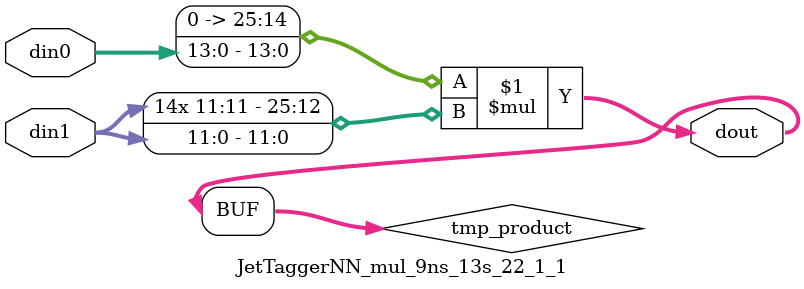
<source format=v>

`timescale 1 ns / 1 ps

  module JetTaggerNN_mul_9ns_13s_22_1_1(din0, din1, dout);
parameter ID = 1;
parameter NUM_STAGE = 0;
parameter din0_WIDTH = 14;
parameter din1_WIDTH = 12;
parameter dout_WIDTH = 26;

input [din0_WIDTH - 1 : 0] din0; 
input [din1_WIDTH - 1 : 0] din1; 
output [dout_WIDTH - 1 : 0] dout;

wire signed [dout_WIDTH - 1 : 0] tmp_product;











assign tmp_product = $signed({1'b0, din0}) * $signed(din1);










assign dout = tmp_product;







endmodule

</source>
